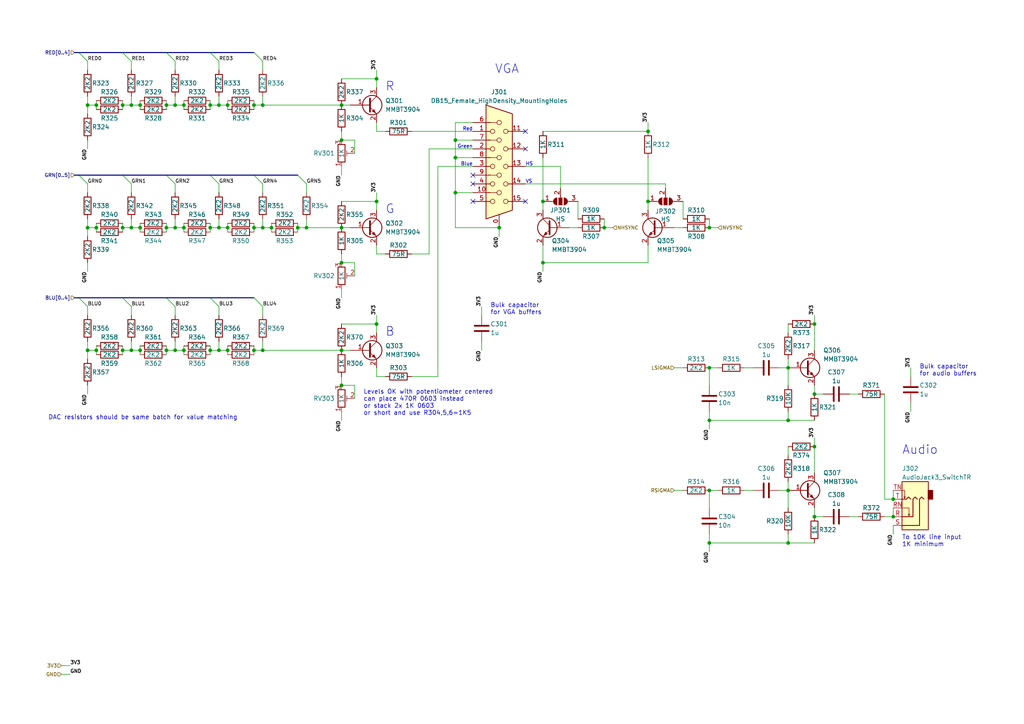
<source format=kicad_sch>
(kicad_sch (version 20250114) (generator "eeschema") (generator_version "9.0")
  (paper "A4")
  (title_block (title "HeikouBox Mainboard - Audio Video Interface") (date "2022-11-11") (rev "v0.1") (company "ksk"))
  (lib_symbols
    (symbol "Connector:DB15_Female_HighDensity_MountingHoles" (pin_names (offset 1.016) (hide yes))
      (property "Reference" "J" (at 0 21.59 0))
      (property "Value" "Connector_DB15_Female_HighDensity_MountingHoles" (at 0 19.05 0))
      (symbol "DB15_Female_HighDensity_MountingHoles_1_1"
        (pin passive line (at -7.62 12.7 0) (length 5.08) (name "~") (number "6"))
        (pin passive line (at -7.62 10.16 0) (length 5.08) (name "~") (number "1"))
        (pin passive line (at -7.62 7.62 0) (length 5.08) (name "~") (number "7"))
        (pin passive line (at -7.62 5.08 0) (length 5.08) (name "~") (number "2"))
        (pin passive line (at -7.62 2.54 0) (length 5.08) (name "~") (number "8"))
        (pin passive line (at -7.62 0 0) (length 5.08) (name "~") (number "3"))
        (pin passive line (at -7.62 -2.54 0) (length 5.08) (name "~") (number "9"))
        (pin passive line (at -7.62 -5.08 0) (length 5.08) (name "~") (number "4"))
        (pin passive line (at -7.62 -7.62 0) (length 5.08) (name "~") (number "10"))
        (pin passive line (at -7.62 -10.16 0) (length 5.08) (name "~") (number "5"))
        (pin passive line (at 0 -17.78 90) (length 3.81) (name "~") (number "0"))
        (pin passive line (at 7.62 10.16 180) (length 5.08) (name "~") (number "11"))
        (pin passive line (at 7.62 5.08 180) (length 5.08) (name "~") (number "12"))
        (pin passive line (at 7.62 0 180) (length 5.08) (name "~") (number "13"))
        (pin passive line (at 7.62 -5.08 180) (length 5.08) (name "~") (number "14"))
        (pin passive line (at 7.62 -10.16 180) (length 5.08) (name "~") (number "15"))
      )
    )
    (symbol "Connector_Audio:AudioJack3_SwitchTR"
      (property "Reference" "J" (at 0 8.89 0))
      (property "Value" "AudioJack3_SwitchTR" (at 0 6.35 0))
      (symbol "AudioJack3_SwitchTR_1_1"
        (pin passive line (at 5.08 2.54 180) (length 2.54) (name "~") (number "S"))
        (pin passive line (at 5.08 0 180) (length 2.54) (name "~") (number "R"))
        (pin passive line (at 5.08 -2.54 180) (length 2.54) (name "~") (number "RN"))
        (pin passive line (at 5.08 -5.08 180) (length 2.54) (name "~") (number "T"))
        (pin passive line (at 5.08 -7.62 180) (length 2.54) (name "~") (number "TN"))
      )
    )
    (symbol "Device:C" (pin_numbers (hide yes)) (pin_names (offset 0.254))
      (property "Reference" "C" (at 0.635 2.54 0))
      (property "Value" "C" (at 0.635 -2.54 0))
      (symbol "C_1_1"
        (pin passive line (at 0 3.81 270) (length 2.794) (name "~") (number "1"))
        (pin passive line (at 0 -3.81 90) (length 2.794) (name "~") (number "2"))
      )
    )
    (symbol "Device:R" (pin_numbers (hide yes)) (pin_names (offset 0))
      (property "Reference" "R" (at 2.032 0 90))
      (property "Value" "R" (at 0 0 90))
      (symbol "R_1_1"
        (pin passive line (at 0 3.81 270) (length 1.27) (name "~") (number "1"))
        (pin passive line (at 0 -3.81 90) (length 1.27) (name "~") (number "2"))
      )
    )
    (symbol "Device:R_Potentiometer_Trim" (pin_names (offset 1.016) (hide yes))
      (property "Reference" "RV" (at -4.445 0 90))
      (property "Value" "R_Potentiometer_Trim" (at -2.54 0 90))
      (symbol "R_Potentiometer_Trim_1_1"
        (pin passive line (at 0 3.81 270) (length 1.27) (name "1") (number "1"))
        (pin passive line (at 0 -3.81 90) (length 1.27) (name "3") (number "3"))
        (pin passive line (at 3.81 0 180) (length 1.27) (name "2") (number "2"))
      )
    )
    (symbol "Jumper:SolderJumper_3_Open" (pin_names (offset 0) (hide yes))
      (property "Reference" "JP" (at -2.54 -2.54 0))
      (property "Value" "SolderJumper_3_Open" (at 0 2.794 0))
      (symbol "SolderJumper_3_Open_1_1"
        (pin passive line (at -5.08 0 0) (length 2.54) (name "A") (number "1"))
        (pin passive line (at 0 -3.81 90) (length 2.54) (name "C") (number "2"))
        (pin passive line (at 5.08 0 180) (length 2.54) (name "B") (number "3"))
      )
    )
    (symbol "Transistor_BJT:MMBT3904" (pin_names (offset 0) (hide yes))
      (property "Reference" "Q" (at 5.08 1.905 0))
      (property "Value" "MMBT3904" (at 5.08 0 0))
      (symbol "MMBT3904_1_1"
        (pin input line (at -5.08 0 0) (length 5.715) (name "B") (number "1"))
        (pin passive line (at 2.54 5.08 270) (length 2.54) (name "C") (number "3"))
        (pin passive line (at 2.54 -5.08 90) (length 2.54) (name "E") (number "2"))
      )
    )
  )
  (text "G" (at 111.76 62.23 0) (effects (font (size 2.54 2.54)) (justify left bottom)))
  (text "HS" (at 152.4 48.26 0) (effects (font (size 1.016 1.016)) (justify left bottom)))
  (text "Red" (at 137.16 38.1 0) (effects (font (size 1.016 1.016)) (justify right bottom)))
  (text "VGA" (at 143.51 21.59 0) (effects (font (size 2.54 2.54)) (justify left bottom)))
  (text "B" (at 111.76 97.79 0) (effects (font (size 2.54 2.54)) (justify left bottom)))
  (text "To 10K line input\n1K minimum" (at 261.62 158.75 0) (effects (font (size 1.27 1.27)) (justify left bottom)))
  (text "Blue" (at 137.16 48.26 0) (effects (font (size 1.016 1.016)) (justify right bottom)))
  (text "VS" (at 152.4 53.34 0) (effects (font (size 1.016 1.016)) (justify left bottom)))
  (text "Levels OK with potentiometer centered\ncan place 470R 0603 instead\nor stack 2x 1K 0603\nor short and use R304,5,6=1K5" (at 105.41 120.65 0) (effects (font (size 1.27 1.27)) (justify left bottom)))
  (text "R" (at 111.76 26.67 0) (effects (font (size 2.54 2.54)) (justify left bottom)))
  (text "DAC resistors should be same batch for value matching" (at 13.97 121.92 0) (effects (font (size 1.27 1.27)) (justify left bottom)))
  (text "Bulk capacitor\nfor VGA buffers" (at 142.24 91.44 0) (effects (font (size 1.27 1.27)) (justify left bottom)))
  (text "Bulk capacitor\nfor audio buffers" (at 266.7 109.22 0) (effects (font (size 1.27 1.27)) (justify left bottom)))
  (text "Green" (at 137.16 43.18 0) (effects (font (size 1.016 1.016)) (justify right bottom)))
  (text "Audio" (at 261.62 132.08 0) (effects (font (size 2.54 2.54)) (justify left bottom)))
  (junction (at 25.4 101.6))
  (junction (at 60.96 101.6))
  (junction (at 63.5 30.48))
  (junction (at 205.74 106.68))
  (junction (at 48.26 30.48))
  (junction (at 78.74 66.04))
  (junction (at 228.6 142.24))
  (junction (at 50.8 101.6))
  (junction (at 205.74 66.04))
  (junction (at 48.26 66.04))
  (junction (at 25.4 30.48))
  (junction (at 88.9 66.04))
  (junction (at 35.56 30.48))
  (junction (at 38.1 101.6))
  (junction (at 205.74 142.24))
  (junction (at 86.36 66.04))
  (junction (at 236.22 149.86))
  (junction (at 27.94 30.48))
  (junction (at 76.2 66.04))
  (junction (at 109.22 58.42))
  (junction (at 48.26 101.6))
  (junction (at 38.1 30.48))
  (junction (at 66.04 101.6))
  (junction (at 63.5 66.04))
  (junction (at 40.64 101.6))
  (junction (at 50.8 30.48))
  (junction (at 228.6 157.48))
  (junction (at 38.1 66.04))
  (junction (at 53.34 66.04))
  (junction (at 99.06 30.48))
  (junction (at 259.08 149.86))
  (junction (at 109.22 22.86))
  (junction (at 236.22 114.3))
  (junction (at 40.64 30.48))
  (junction (at 259.08 144.78))
  (junction (at 157.48 76.2))
  (junction (at 144.78 66.04))
  (junction (at 53.34 101.6))
  (junction (at 99.06 66.04))
  (junction (at 73.66 66.04))
  (junction (at 175.26 66.04))
  (junction (at 236.22 93.98))
  (junction (at 187.96 38.1))
  (junction (at 205.74 121.92))
  (junction (at 132.08 55.88))
  (junction (at 63.5 101.6))
  (junction (at 73.66 101.6))
  (junction (at 99.06 76.2))
  (junction (at 132.08 40.64))
  (junction (at 236.22 129.54))
  (junction (at 99.06 40.64))
  (junction (at 35.56 66.04))
  (junction (at 109.22 93.98))
  (junction (at 60.96 66.04))
  (junction (at 27.94 66.04))
  (junction (at 60.96 30.48))
  (junction (at 66.04 30.48))
  (junction (at 132.08 45.72))
  (junction (at 76.2 101.6))
  (junction (at 228.6 121.92))
  (junction (at 40.64 66.04))
  (junction (at 66.04 66.04))
  (junction (at 25.4 66.04))
  (junction (at 76.2 30.48))
  (junction (at 205.74 157.48))
  (junction (at 99.06 101.6))
  (junction (at 35.56 101.6))
  (junction (at 53.34 30.48))
  (junction (at 228.6 106.68))
  (junction (at 27.94 101.6))
  (junction (at 99.06 111.76))
  (junction (at 73.66 30.48))
  (junction (at 187.96 58.42))
  (junction (at 157.48 58.42))
  (junction (at 50.8 66.04))
  (no_connect (at 137.16 58.42))
  (no_connect (at 152.4 58.42))
  (no_connect (at 137.16 50.8))
  (no_connect (at 137.16 53.34))
  (no_connect (at 152.4 38.1))
  (no_connect (at 152.4 43.18))
  (bus_entry (at 50.8 53.34) (size -2.54 -2.54))
  (bus_entry (at 38.1 53.34) (size -2.54 -2.54))
  (bus_entry (at 50.8 88.9) (size -2.54 -2.54))
  (bus_entry (at 63.5 17.78) (size -2.54 -2.54))
  (bus_entry (at 63.5 53.34) (size -2.54 -2.54))
  (bus_entry (at 38.1 17.78) (size -2.54 -2.54))
  (bus_entry (at 76.2 17.78) (size -2.54 -2.54))
  (bus_entry (at 22.86 50.8) (size 2.54 2.54))
  (bus_entry (at 22.86 86.36) (size 2.54 2.54))
  (bus_entry (at 63.5 88.9) (size -2.54 -2.54))
  (bus_entry (at 38.1 88.9) (size -2.54 -2.54))
  (bus_entry (at 88.9 53.34) (size -2.54 -2.54))
  (bus_entry (at 76.2 53.34) (size -2.54 -2.54))
  (bus_entry (at 76.2 88.9) (size -2.54 -2.54))
  (bus_entry (at 22.86 15.24) (size 2.54 2.54))
  (bus_entry (at 50.8 17.78) (size -2.54 -2.54))
  (wire (pts (xy 109.22 109.22) (xy 111.76 109.22)))
  (wire (pts (xy 27.94 29.21) (xy 27.94 30.48)))
  (wire (pts (xy 35.56 64.77) (xy 35.56 66.04)))
  (wire (pts (xy 157.48 71.12) (xy 157.48 76.2)))
  (wire (pts (xy 259.08 144.78) (xy 259.08 142.24)))
  (wire (pts (xy 66.04 30.48) (xy 66.04 31.75)))
  (wire (pts (xy 35.56 100.33) (xy 35.56 101.6)))
  (wire (pts (xy 50.8 88.9) (xy 50.8 91.44)))
  (wire (pts (xy 109.22 22.86) (xy 109.22 25.4)))
  (wire (pts (xy 60.96 101.6) (xy 60.96 102.87)))
  (wire (pts (xy 60.96 66.04) (xy 60.96 67.31)))
  (wire (pts (xy 264.16 119.38) (xy 264.16 116.84)))
  (bus (pts (xy 48.26 15.24) (xy 60.96 15.24)))
  (wire (pts (xy 215.9 142.24) (xy 218.44 142.24)))
  (wire (pts (xy 228.6 119.38) (xy 228.6 121.92)))
  (wire (pts (xy 63.5 30.48) (xy 60.96 30.48)))
  (wire (pts (xy 236.22 127) (xy 236.22 129.54)))
  (wire (pts (xy 162.56 48.26) (xy 152.4 48.26)))
  (wire (pts (xy 27.94 30.48) (xy 25.4 30.48)))
  (wire (pts (xy 40.64 101.6) (xy 40.64 102.87)))
  (wire (pts (xy 88.9 66.04) (xy 99.06 66.04)))
  (wire (pts (xy 63.5 30.48) (xy 63.5 27.94)))
  (wire (pts (xy 208.28 106.68) (xy 205.74 106.68)))
  (wire (pts (xy 76.2 53.34) (xy 76.2 55.88)))
  (wire (pts (xy 27.94 66.04) (xy 25.4 66.04)))
  (wire (pts (xy 205.74 106.68) (xy 205.74 111.76)))
  (wire (pts (xy 50.8 53.34) (xy 50.8 55.88)))
  (wire (pts (xy 157.48 76.2) (xy 187.96 76.2)))
  (wire (pts (xy 27.94 101.6) (xy 27.94 102.87)))
  (wire (pts (xy 53.34 101.6) (xy 50.8 101.6)))
  (wire (pts (xy 38.1 30.48) (xy 35.56 30.48)))
  (wire (pts (xy 35.56 101.6) (xy 35.56 102.87)))
  (wire (pts (xy 50.8 30.48) (xy 48.26 30.48)))
  (wire (pts (xy 99.06 30.48) (xy 101.6 30.48)))
  (wire (pts (xy 99.06 76.2) (xy 102.87 76.2)))
  (wire (pts (xy 53.34 29.21) (xy 53.34 30.48)))
  (wire (pts (xy 27.94 64.77) (xy 27.94 66.04)))
  (wire (pts (xy 238.76 149.86) (xy 236.22 149.86)))
  (wire (pts (xy 259.08 144.78) (xy 256.54 144.78)))
  (wire (pts (xy 236.22 129.54) (xy 236.22 137.16)))
  (wire (pts (xy 63.5 17.78) (xy 63.5 20.32)))
  (wire (pts (xy 109.22 35.56) (xy 109.22 38.1)))
  (wire (pts (xy 228.6 132.08) (xy 228.6 129.54)))
  (wire (pts (xy 119.38 109.22) (xy 127 109.22)))
  (wire (pts (xy 40.64 30.48) (xy 40.64 31.75)))
  (wire (pts (xy 48.26 64.77) (xy 48.26 66.04)))
  (wire (pts (xy 25.4 53.34) (xy 25.4 55.88)))
  (wire (pts (xy 25.4 30.48) (xy 25.4 33.02)))
  (wire (pts (xy 102.87 40.64) (xy 102.87 44.45)))
  (wire (pts (xy 53.34 30.48) (xy 50.8 30.48)))
  (wire (pts (xy 193.04 53.34) (xy 193.04 54.61)))
  (wire (pts (xy 40.64 29.21) (xy 40.64 30.48)))
  (bus (pts (xy 35.56 86.36) (xy 48.26 86.36)))
  (wire (pts (xy 76.2 66.04) (xy 76.2 63.5)))
  (wire (pts (xy 73.66 64.77) (xy 73.66 66.04)))
  (wire (pts (xy 88.9 53.34) (xy 88.9 55.88)))
  (wire (pts (xy 63.5 66.04) (xy 60.96 66.04)))
  (wire (pts (xy 38.1 101.6) (xy 40.64 101.6)))
  (wire (pts (xy 228.6 106.68) (xy 226.06 106.68)))
  (wire (pts (xy 228.6 104.14) (xy 228.6 106.68)))
  (wire (pts (xy 132.08 45.72) (xy 137.16 45.72)))
  (wire (pts (xy 102.87 111.76) (xy 102.87 115.57)))
  (wire (pts (xy 60.96 30.48) (xy 60.96 31.75)))
  (wire (pts (xy 63.5 101.6) (xy 63.5 99.06)))
  (wire (pts (xy 248.92 149.86) (xy 246.38 149.86)))
  (bus (pts (xy 35.56 15.24) (xy 48.26 15.24)))
  (wire (pts (xy 109.22 93.98) (xy 109.22 96.52)))
  (wire (pts (xy 236.22 121.92) (xy 228.6 121.92)))
  (wire (pts (xy 17.78 193.04) (xy 20.32 193.04)))
  (wire (pts (xy 236.22 114.3) (xy 238.76 114.3)))
  (bus (pts (xy 48.26 50.8) (xy 60.96 50.8)))
  (wire (pts (xy 63.5 101.6) (xy 60.96 101.6)))
  (wire (pts (xy 137.16 35.56) (xy 132.08 35.56)))
  (wire (pts (xy 48.26 66.04) (xy 48.26 67.31)))
  (wire (pts (xy 165.1 66.04) (xy 167.64 66.04)))
  (wire (pts (xy 76.2 30.48) (xy 76.2 27.94)))
  (wire (pts (xy 132.08 55.88) (xy 132.08 66.04)))
  (wire (pts (xy 132.08 45.72) (xy 132.08 55.88)))
  (wire (pts (xy 25.4 76.2) (xy 25.4 78.74)))
  (wire (pts (xy 66.04 66.04) (xy 66.04 67.31)))
  (wire (pts (xy 99.06 22.86) (xy 109.22 22.86)))
  (wire (pts (xy 256.54 149.86) (xy 259.08 149.86)))
  (bus (pts (xy 73.66 50.8) (xy 86.36 50.8)))
  (wire (pts (xy 132.08 35.56) (xy 132.08 40.64)))
  (wire (pts (xy 124.46 43.18) (xy 124.46 73.66)))
  (wire (pts (xy 157.48 76.2) (xy 157.48 78.74)))
  (wire (pts (xy 66.04 101.6) (xy 63.5 101.6)))
  (wire (pts (xy 215.9 106.68) (xy 218.44 106.68)))
  (wire (pts (xy 144.78 66.04) (xy 144.78 68.58)))
  (wire (pts (xy 53.34 30.48) (xy 53.34 31.75)))
  (wire (pts (xy 132.08 40.64) (xy 137.16 40.64)))
  (wire (pts (xy 25.4 111.76) (xy 25.4 114.3)))
  (wire (pts (xy 53.34 64.77) (xy 53.34 66.04)))
  (wire (pts (xy 167.64 58.42) (xy 167.64 63.5)))
  (wire (pts (xy 139.7 88.9) (xy 139.7 91.44)))
  (wire (pts (xy 73.66 30.48) (xy 76.2 30.48)))
  (wire (pts (xy 63.5 53.34) (xy 63.5 55.88)))
  (wire (pts (xy 195.58 142.24) (xy 198.12 142.24)))
  (wire (pts (xy 99.06 48.26) (xy 99.06 50.8)))
  (wire (pts (xy 246.38 114.3) (xy 248.92 114.3)))
  (wire (pts (xy 187.96 45.72) (xy 187.96 58.42)))
  (wire (pts (xy 132.08 55.88) (xy 137.16 55.88)))
  (bus (pts (xy 22.86 15.24) (xy 35.56 15.24)))
  (bus (pts (xy 22.86 50.8) (xy 35.56 50.8)))
  (wire (pts (xy 66.04 100.33) (xy 66.04 101.6)))
  (wire (pts (xy 38.1 53.34) (xy 38.1 55.88)))
  (wire (pts (xy 195.58 66.04) (xy 198.12 66.04)))
  (bus (pts (xy 60.96 50.8) (xy 73.66 50.8)))
  (wire (pts (xy 25.4 66.04) (xy 25.4 63.5)))
  (bus (pts (xy 21.59 86.36) (xy 22.86 86.36)))
  (wire (pts (xy 177.8 66.04) (xy 175.26 66.04)))
  (wire (pts (xy 27.94 101.6) (xy 25.4 101.6)))
  (wire (pts (xy 109.22 38.1) (xy 111.76 38.1)))
  (wire (pts (xy 50.8 101.6) (xy 50.8 99.06)))
  (wire (pts (xy 236.22 91.44) (xy 236.22 93.98)))
  (wire (pts (xy 53.34 100.33) (xy 53.34 101.6)))
  (wire (pts (xy 175.26 63.5) (xy 175.26 66.04)))
  (wire (pts (xy 25.4 88.9) (xy 25.4 91.44)))
  (wire (pts (xy 76.2 17.78) (xy 76.2 20.32)))
  (bus (pts (xy 60.96 15.24) (xy 73.66 15.24)))
  (wire (pts (xy 127 48.26) (xy 127 109.22)))
  (wire (pts (xy 50.8 17.78) (xy 50.8 20.32)))
  (wire (pts (xy 205.74 160.02) (xy 205.74 157.48)))
  (wire (pts (xy 40.64 66.04) (xy 40.64 67.31)))
  (wire (pts (xy 99.06 109.22) (xy 99.06 111.76)))
  (wire (pts (xy 73.66 66.04) (xy 73.66 67.31)))
  (bus (pts (xy 22.86 86.36) (xy 35.56 86.36)))
  (wire (pts (xy 25.4 101.6) (xy 25.4 104.14)))
  (wire (pts (xy 228.6 154.94) (xy 228.6 157.48)))
  (wire (pts (xy 264.16 109.22) (xy 264.16 106.68)))
  (wire (pts (xy 99.06 73.66) (xy 99.06 76.2)))
  (wire (pts (xy 38.1 66.04) (xy 35.56 66.04)))
  (wire (pts (xy 187.96 58.42) (xy 187.96 60.96)))
  (wire (pts (xy 86.36 64.77) (xy 86.36 66.04)))
  (wire (pts (xy 76.2 101.6) (xy 99.06 101.6)))
  (wire (pts (xy 198.12 58.42) (xy 198.12 63.5)))
  (wire (pts (xy 205.74 119.38) (xy 205.74 121.92)))
  (wire (pts (xy 109.22 20.32) (xy 109.22 22.86)))
  (wire (pts (xy 187.96 35.56) (xy 187.96 38.1)))
  (wire (pts (xy 228.6 93.98) (xy 228.6 96.52)))
  (wire (pts (xy 228.6 157.48) (xy 236.22 157.48)))
  (wire (pts (xy 17.78 195.58) (xy 20.32 195.58)))
  (wire (pts (xy 259.08 147.32) (xy 259.08 149.86)))
  (wire (pts (xy 66.04 64.77) (xy 66.04 66.04)))
  (wire (pts (xy 50.8 101.6) (xy 48.26 101.6)))
  (wire (pts (xy 50.8 66.04) (xy 50.8 63.5)))
  (wire (pts (xy 63.5 66.04) (xy 63.5 63.5)))
  (wire (pts (xy 73.66 101.6) (xy 73.66 102.87)))
  (wire (pts (xy 228.6 142.24) (xy 226.06 142.24)))
  (wire (pts (xy 208.28 142.24) (xy 205.74 142.24)))
  (wire (pts (xy 73.66 29.21) (xy 73.66 30.48)))
  (wire (pts (xy 109.22 91.44) (xy 109.22 93.98)))
  (wire (pts (xy 99.06 101.6) (xy 101.6 101.6)))
  (wire (pts (xy 109.22 55.88) (xy 109.22 58.42)))
  (wire (pts (xy 86.36 66.04) (xy 88.9 66.04)))
  (wire (pts (xy 76.2 101.6) (xy 76.2 99.06)))
  (wire (pts (xy 109.22 71.12) (xy 109.22 73.66)))
  (wire (pts (xy 48.26 30.48) (xy 48.26 31.75)))
  (wire (pts (xy 35.56 29.21) (xy 35.56 30.48)))
  (wire (pts (xy 48.26 100.33) (xy 48.26 101.6)))
  (wire (pts (xy 38.1 88.9) (xy 38.1 91.44)))
  (wire (pts (xy 205.74 124.46) (xy 205.74 121.92)))
  (wire (pts (xy 236.22 147.32) (xy 236.22 149.86)))
  (wire (pts (xy 137.16 48.26) (xy 127 48.26)))
  (bus (pts (xy 21.59 15.24) (xy 22.86 15.24)))
  (wire (pts (xy 102.87 76.2) (xy 102.87 80.01)))
  (bus (pts (xy 60.96 86.36) (xy 73.66 86.36)))
  (wire (pts (xy 208.28 66.04) (xy 205.74 66.04)))
  (wire (pts (xy 119.38 38.1) (xy 137.16 38.1)))
  (wire (pts (xy 157.48 58.42) (xy 157.48 60.96)))
  (wire (pts (xy 99.06 58.42) (xy 109.22 58.42)))
  (wire (pts (xy 27.94 66.04) (xy 27.94 67.31)))
  (wire (pts (xy 25.4 17.78) (xy 25.4 20.32)))
  (wire (pts (xy 40.64 64.77) (xy 40.64 66.04)))
  (wire (pts (xy 109.22 106.68) (xy 109.22 109.22)))
  (wire (pts (xy 124.46 43.18) (xy 137.16 43.18)))
  (wire (pts (xy 25.4 66.04) (xy 25.4 68.58)))
  (wire (pts (xy 132.08 40.64) (xy 132.08 45.72)))
  (wire (pts (xy 205.74 142.24) (xy 205.74 147.32)))
  (wire (pts (xy 50.8 66.04) (xy 48.26 66.04)))
  (wire (pts (xy 50.8 30.48) (xy 50.8 27.94)))
  (wire (pts (xy 102.87 111.76) (xy 99.06 111.76)))
  (wire (pts (xy 38.1 66.04) (xy 40.64 66.04)))
  (wire (pts (xy 53.34 66.04) (xy 53.34 67.31)))
  (wire (pts (xy 228.6 142.24) (xy 228.6 147.32)))
  (wire (pts (xy 38.1 17.78) (xy 38.1 20.32)))
  (wire (pts (xy 73.66 30.48) (xy 73.66 31.75)))
  (bus (pts (xy 35.56 50.8) (xy 48.26 50.8)))
  (wire (pts (xy 99.06 93.98) (xy 109.22 93.98)))
  (wire (pts (xy 40.64 100.33) (xy 40.64 101.6)))
  (wire (pts (xy 73.66 101.6) (xy 76.2 101.6)))
  (wire (pts (xy 78.74 66.04) (xy 78.74 64.77)))
  (wire (pts (xy 109.22 73.66) (xy 111.76 73.66)))
  (wire (pts (xy 162.56 48.26) (xy 162.56 54.61)))
  (wire (pts (xy 99.06 86.36) (xy 99.06 83.82)))
  (wire (pts (xy 109.22 58.42) (xy 109.22 60.96)))
  (wire (pts (xy 35.56 66.04) (xy 35.56 67.31)))
  (wire (pts (xy 99.06 66.04) (xy 101.6 66.04)))
  (bus (pts (xy 48.26 86.36) (xy 60.96 86.36)))
  (wire (pts (xy 66.04 29.21) (xy 66.04 30.48)))
  (wire (pts (xy 53.34 66.04) (xy 50.8 66.04)))
  (wire (pts (xy 119.38 73.66) (xy 124.46 73.66)))
  (wire (pts (xy 205.74 121.92) (xy 228.6 121.92)))
  (wire (pts (xy 63.5 88.9) (xy 63.5 91.44)))
  (wire (pts (xy 25.4 101.6) (xy 25.4 99.06)))
  (wire (pts (xy 78.74 66.04) (xy 78.74 67.31)))
  (wire (pts (xy 205.74 63.5) (xy 205.74 66.04)))
  (wire (pts (xy 73.66 66.04) (xy 76.2 66.04)))
  (wire (pts (xy 195.58 106.68) (xy 198.12 106.68)))
  (wire (pts (xy 236.22 93.98) (xy 236.22 101.6)))
  (bus (pts (xy 21.59 50.8) (xy 22.86 50.8)))
  (wire (pts (xy 102.87 40.64) (xy 99.06 40.64)))
  (wire (pts (xy 76.2 88.9) (xy 76.2 91.44)))
  (wire (pts (xy 236.22 111.76) (xy 236.22 114.3)))
  (wire (pts (xy 76.2 66.04) (xy 78.74 66.04)))
  (wire (pts (xy 53.34 101.6) (xy 53.34 102.87)))
  (wire (pts (xy 205.74 154.94) (xy 205.74 157.48)))
  (wire (pts (xy 157.48 38.1) (xy 187.96 38.1)))
  (wire (pts (xy 73.66 100.33) (xy 73.66 101.6)))
  (wire (pts (xy 60.96 100.33) (xy 60.96 101.6)))
  (wire (pts (xy 139.7 101.6) (xy 139.7 99.06)))
  (wire (pts (xy 60.96 64.77) (xy 60.96 66.04)))
  (wire (pts (xy 35.56 30.48) (xy 35.56 31.75)))
  (wire (pts (xy 27.94 100.33) (xy 27.94 101.6)))
  (wire (pts (xy 66.04 30.48) (xy 63.5 30.48)))
  (wire (pts (xy 48.26 29.21) (xy 48.26 30.48)))
  (wire (pts (xy 66.04 66.04) (xy 63.5 66.04)))
  (wire (pts (xy 99.06 40.64) (xy 99.06 38.1)))
  (wire (pts (xy 187.96 71.12) (xy 187.96 76.2)))
  (wire (pts (xy 228.6 139.7) (xy 228.6 142.24)))
  (wire (pts (xy 38.1 30.48) (xy 40.64 30.48)))
  (wire (pts (xy 25.4 40.64) (xy 25.4 43.18)))
  (wire (pts (xy 152.4 53.34) (xy 193.04 53.34)))
  (wire (pts (xy 86.36 66.04) (xy 86.36 67.31)))
  (wire (pts (xy 38.1 101.6) (xy 38.1 99.06)))
  (wire (pts (xy 76.2 30.48) (xy 99.06 30.48)))
  (wire (pts (xy 38.1 101.6) (xy 35.56 101.6)))
  (wire (pts (xy 99.06 119.38) (xy 99.06 121.92)))
  (wire (pts (xy 38.1 66.04) (xy 38.1 63.5)))
  (wire (pts (xy 66.04 101.6) (xy 66.04 102.87)))
  (wire (pts (xy 48.26 101.6) (xy 48.26 102.87)))
  (wire (pts (xy 205.74 157.48) (xy 228.6 157.48)))
  (wire (pts (xy 60.96 29.21) (xy 60.96 30.48)))
  (wire (pts (xy 256.54 144.78) (xy 256.54 114.3)))
  (wire (pts (xy 38.1 30.48) (xy 38.1 27.94)))
  (wire (pts (xy 259.08 152.4) (xy 259.08 154.94)))
  (wire (pts (xy 157.48 45.72) (xy 157.48 58.42)))
  (wire (pts (xy 132.08 66.04) (xy 144.78 66.04)))
  (wire (pts (xy 88.9 66.04) (xy 88.9 63.5)))
  (wire (pts (xy 27.94 30.48) (xy 27.94 31.75)))
  (wire (pts (xy 228.6 106.68) (xy 228.6 111.76)))
  (wire (pts (xy 25.4 30.48) (xy 25.4 27.94)))
  (label "BLU2" (at 50.8 88.9 0) (effects (font (size 1.016 1.016))))
  (label "3V3" (at 139.7 88.9 90) (effects (font (size 1.016 1.016) (thickness 0.2032) (bold yes))))
  (label "GND" (at 264.16 119.38 270) (effects (font (size 1.016 1.016) (thickness 0.2032) (bold yes))))
  (label "GND" (at 20.32 195.58 0) (effects (font (size 1.016 1.016) (thickness 0.2032) (bold yes))))
  (label "BLU1" (at 38.1 88.9 0) (effects (font (size 1.016 1.016))))
  (label "GRN1" (at 38.1 53.34 0) (effects (font (size 1.016 1.016))))
  (label "BLU4" (at 76.2 88.9 0) (effects (font (size 1.016 1.016))))
  (label "3V3" (at 109.22 20.32 90) (effects (font (size 1.016 1.016) (thickness 0.2032) (bold yes))))
  (label "3V3" (at 187.96 35.56 90) (effects (font (size 1.016 1.016) (thickness 0.2032) (bold yes))))
  (label "GND" (at 205.74 160.02 270) (effects (font (size 1.016 1.016) (thickness 0.2032) (bold yes))))
  (label "GND" (at 157.48 78.74 270) (effects (font (size 1.016 1.016) (thickness 0.2032) (bold yes))))
  (label "GRN0" (at 25.4 53.34 0) (effects (font (size 1.016 1.016))))
  (label "GRN2" (at 50.8 53.34 0) (effects (font (size 1.016 1.016))))
  (label "GND" (at 139.7 101.6 270) (effects (font (size 1.016 1.016) (thickness 0.2032) (bold yes))))
  (label "RED4" (at 76.2 17.78 0) (effects (font (size 1.016 1.016))))
  (label "RED2" (at 50.8 17.78 0) (effects (font (size 1.016 1.016))))
  (label "BLU0" (at 25.4 88.9 0) (effects (font (size 1.016 1.016))))
  (label "RED1" (at 38.1 17.78 0) (effects (font (size 1.016 1.016))))
  (label "GRN4" (at 76.2 53.34 0) (effects (font (size 1.016 1.016))))
  (label "3V3" (at 109.22 55.88 90) (effects (font (size 1.016 1.016) (thickness 0.2032) (bold yes))))
  (label "GRN3" (at 63.5 53.34 0) (effects (font (size 1.016 1.016))))
  (label "3V3" (at 236.22 91.44 90) (effects (font (size 1.016 1.016) (thickness 0.2032) (bold yes))))
  (label "GND" (at 259.08 154.94 270) (effects (font (size 1.016 1.016) (thickness 0.2032) (bold yes))))
  (label "RED0" (at 25.4 17.78 0) (effects (font (size 1.016 1.016))))
  (label "GND" (at 99.06 86.36 270) (effects (font (size 1.016 1.016) (thickness 0.2032) (bold yes))))
  (label "GND" (at 144.78 68.58 270) (effects (font (size 1.016 1.016) (thickness 0.2032) (bold yes))))
  (label "3V3" (at 264.16 106.68 90) (effects (font (size 1.016 1.016) (thickness 0.2032) (bold yes))))
  (label "3V3" (at 236.22 127 90) (effects (font (size 1.016 1.016) (thickness 0.2032) (bold yes))))
  (label "GND" (at 25.4 78.74 270) (effects (font (size 1.016 1.016) (thickness 0.2032) (bold yes))))
  (label "GND" (at 25.4 43.18 270) (effects (font (size 1.016 1.016) (thickness 0.2032) (bold yes))))
  (label "RED3" (at 63.5 17.78 0) (effects (font (size 1.016 1.016))))
  (label "3V3" (at 20.32 193.04 0) (effects (font (size 1.016 1.016) (thickness 0.2032) (bold yes))))
  (label "GND" (at 99.06 121.92 270) (effects (font (size 1.016 1.016) (thickness 0.2032) (bold yes))))
  (label "GND" (at 205.74 124.46 270) (effects (font (size 1.016 1.016) (thickness 0.2032) (bold yes))))
  (label "GND" (at 25.4 114.3 270) (effects (font (size 1.016 1.016) (thickness 0.2032) (bold yes))))
  (label "GRN5" (at 88.9 53.34 0) (effects (font (size 1.016 1.016))))
  (label "BLU3" (at 63.5 88.9 0) (effects (font (size 1.016 1.016))))
  (label "3V3" (at 109.22 91.44 90) (effects (font (size 1.016 1.016) (thickness 0.2032) (bold yes))))
  (label "GND" (at 99.06 50.8 270) (effects (font (size 1.016 1.016) (thickness 0.2032) (bold yes))))
  (hierarchical_label "NVSYNC" (shape input) (at 208.28 66.04 0) (effects (font (size 1.016 1.016))))
  (hierarchical_label "RSIGMA" (shape input) (at 195.58 142.24 180) (effects (font (size 1.016 1.016))))
  (hierarchical_label "BLU[0..4]" (shape input) (at 21.59 86.36 180) (effects (font (size 1.016 1.016))))
  (hierarchical_label "GRN[0..5]" (shape input) (at 21.59 50.8 180) (effects (font (size 1.016 1.016))))
  (hierarchical_label "RED[0..4]" (shape input) (at 21.59 15.24 180) (effects (font (size 1.016 1.016))))
  (hierarchical_label "LSIGMA" (shape input) (at 195.58 106.68 180) (effects (font (size 1.016 1.016))))
  (hierarchical_label "3V3" (shape input) (at 17.78 193.04 180) (effects (font (size 1.016 1.016))))
  (hierarchical_label "NHSYNC" (shape input) (at 177.8 66.04 0) (effects (font (size 1.016 1.016))))
  (hierarchical_label "GND" (shape input) (at 17.78 195.58 180) (effects (font (size 1.016 1.016))))
  (symbol (lib_id "Device:R") (at 236.22 153.67 0) (unit 1)
    (property "Reference" "R322" (at 237.49 153.67 0) (effects (justify left)))
    (property "Value" "1K" (at 236.22 153.67 90))
    (property "Footprint" "Resistor_SMD:R_0603_1608Metric_Pad0.98x0.95mm_HandSolder" (effects (hide yes)))
  )
  (symbol (lib_id "Device:R") (at 228.6 135.89 0) (unit 1)
    (property "Reference" "R318" (at 229.87 135.89 0) (effects (justify left)))
    (property "Value" "2K2" (at 228.6 135.89 90))
    (property "Footprint" "Resistor_SMD:R_0603_1608Metric_Pad0.98x0.95mm_HandSolder" (effects (hide yes)))
  )
  (symbol (lib_id "Device:C") (at 205.74 115.57 0) (unit 1)
    (property "Reference" "C303" (at 208.28 114.3 0) (effects (justify left)))
    (property "Value" "10n" (at 208.28 116.84 0) (effects (justify left)))
    (property "Footprint" "Capacitor_SMD:C_0603_1608Metric_Pad1.08x0.95mm_HandSolder" (effects (hide yes)))
  )
  (symbol (lib_id "Device:R") (at 228.6 115.57 0) (unit 1)
    (property "Reference" "R319" (at 227.33 115.57 0) (effects (justify right)))
    (property "Value" "10K" (at 228.6 115.57 90))
    (property "Footprint" "Resistor_SMD:R_0603_1608Metric_Pad0.98x0.95mm_HandSolder" (effects (hide yes)))
  )
  (symbol (lib_id "Device:C") (at 222.25 106.68 90) (unit 1)
    (property "Reference" "C305" (at 222.25 100.33 90))
    (property "Value" "1u" (at 222.25 102.87 90))
    (property "Footprint" "Capacitor_SMD:C_0805_2012Metric_Pad1.18x1.45mm_HandSolder" (effects (hide yes)))
  )
  (symbol (lib_id "Device:R") (at 212.09 106.68 90) (unit 1)
    (property "Reference" "R315" (at 212.09 104.14 90))
    (property "Value" "1K" (at 212.09 106.68 90))
    (property "Footprint" "Resistor_SMD:R_0603_1608Metric_Pad0.98x0.95mm_HandSolder" (effects (hide yes)))
  )
  (symbol (lib_id "Device:R") (at 201.93 106.68 90) (unit 1)
    (property "Reference" "R313" (at 201.93 104.14 90))
    (property "Value" "2K2" (at 201.93 106.68 90))
    (property "Footprint" "Resistor_SMD:R_0603_1608Metric_Pad0.98x0.95mm_HandSolder" (effects (hide yes)))
  )
  (symbol (lib_id "Device:R") (at 236.22 118.11 0) (unit 1)
    (property "Reference" "R321" (at 237.49 118.11 0) (effects (justify left)))
    (property "Value" "1K" (at 236.22 118.11 90))
    (property "Footprint" "Resistor_SMD:R_0603_1608Metric_Pad0.98x0.95mm_HandSolder" (effects (hide yes)))
  )
  (symbol (lib_id "Device:R") (at 228.6 100.33 0) (unit 1)
    (property "Reference" "R317" (at 229.87 100.33 0) (effects (justify left)))
    (property "Value" "2K2" (at 228.6 100.33 90))
    (property "Footprint" "Resistor_SMD:R_0603_1608Metric_Pad0.98x0.95mm_HandSolder" (effects (hide yes)))
  )
  (symbol (lib_id "Transistor_BJT:MMBT3904") (at 233.68 106.68 0) (unit 1)
    (property "Reference" "Q306" (at 238.76 101.6 0) (effects (justify left)))
    (property "Value" "MMBT3904" (at 238.76 104.14 0) (effects (justify left)))
    (property "Footprint" "Package_TO_SOT_SMD:SOT-23" (effects (hide yes)))
    (property "Datasheet" "https://www.fairchildsemi.com/datasheets/2N/2N3904.pdf" (effects (hide yes)))
  )
  (symbol (lib_id "Device:C") (at 242.57 114.3 90) (unit 1)
    (property "Reference" "C307" (at 242.57 107.95 90))
    (property "Value" "1u" (at 242.57 110.49 90))
    (property "Footprint" "Capacitor_SMD:C_0805_2012Metric_Pad1.18x1.45mm_HandSolder" (effects (hide yes)))
  )
  (symbol (lib_id "Device:R") (at 187.96 41.91 0) (mirror y) (unit 1)
    (property "Reference" "R312" (at 191.77 41.91 0))
    (property "Value" "1K" (at 187.96 41.91 90))
    (property "Footprint" "Resistor_SMD:R_0603_1608Metric_Pad0.98x0.95mm_HandSolder" (effects (hide yes)))
  )
  (symbol (lib_id "Device:R") (at 171.45 63.5 270) (mirror x) (unit 1)
    (property "Reference" "R309" (at 171.45 60.96 90))
    (property "Value" "1K" (at 171.45 63.5 90))
    (property "Footprint" "Resistor_SMD:R_0603_1608Metric_Pad0.98x0.95mm_HandSolder" (effects (hide yes)))
  )
  (symbol (lib_id "Device:R") (at 171.45 66.04 270) (mirror x) (unit 1)
    (property "Reference" "R307" (at 171.45 68.58 90))
    (property "Value" "1K" (at 171.45 66.04 90))
    (property "Footprint" "Resistor_SMD:R_0603_1608Metric_Pad0.98x0.95mm_HandSolder" (effects (hide yes)))
  )
  (symbol (lib_id "Transistor_BJT:MMBT3904") (at 190.5 66.04 0) (mirror y) (unit 1)
    (property "Reference" "Q305" (at 190.5 69.85 0) (effects (justify right)))
    (property "Value" "MMBT3904" (at 190.5 72.39 0) (effects (justify right)))
    (property "Footprint" "Package_TO_SOT_SMD:SOT-23" (effects (hide yes)))
    (property "Datasheet" "https://www.fairchildsemi.com/datasheets/2N/2N3904.pdf" (effects (hide yes)))
  )
  (symbol (lib_id "Device:R") (at 157.48 41.91 0) (mirror y) (unit 1)
    (property "Reference" "R311" (at 161.29 41.91 0))
    (property "Value" "1K" (at 157.48 41.91 90))
    (property "Footprint" "Resistor_SMD:R_0603_1608Metric_Pad0.98x0.95mm_HandSolder" (effects (hide yes)))
  )
  (symbol (lib_id "Device:R") (at 115.57 73.66 90) (unit 1)
    (property "Reference" "R302" (at 115.57 71.12 90))
    (property "Value" "75R" (at 115.57 73.66 90))
    (property "Footprint" "Resistor_SMD:R_0603_1608Metric_Pad0.98x0.95mm_HandSolder" (effects (hide yes)))
  )
  (symbol (lib_id "Transistor_BJT:MMBT3904") (at 106.68 66.04 0) (unit 1)
    (property "Reference" "Q302" (at 111.76 64.77 0) (effects (justify left)))
    (property "Value" "MMBT3904" (at 111.76 67.31 0) (effects (justify left)))
    (property "Footprint" "Package_TO_SOT_SMD:SOT-23" (effects (hide yes)))
    (property "Datasheet" "https://www.fairchildsemi.com/datasheets/2N/2N3904.pdf" (effects (hide yes)))
  )
  (symbol (lib_id "Device:R_Potentiometer_Trim") (at 99.06 80.01 0) (mirror x) (unit 1)
    (property "Reference" "RV302" (at 93.98 80.01 0))
    (property "Value" "1K" (at 99.06 80.01 90))
    (property "Footprint" "Potentiometer_SMD:Potentiometer_Bourns_TC33X_Vertical" (effects (hide yes)))
  )
  (symbol (lib_id "Device:R") (at 115.57 109.22 90) (unit 1)
    (property "Reference" "R303" (at 115.57 106.68 90))
    (property "Value" "75R" (at 115.57 109.22 90))
    (property "Footprint" "Resistor_SMD:R_0603_1608Metric_Pad0.98x0.95mm_HandSolder" (effects (hide yes)))
  )
  (symbol (lib_id "Transistor_BJT:MMBT3904") (at 106.68 101.6 0) (unit 1)
    (property "Reference" "Q303" (at 111.76 100.33 0) (effects (justify left)))
    (property "Value" "MMBT3904" (at 111.76 102.87 0) (effects (justify left)))
    (property "Footprint" "Package_TO_SOT_SMD:SOT-23" (effects (hide yes)))
    (property "Datasheet" "https://www.fairchildsemi.com/datasheets/2N/2N3904.pdf" (effects (hide yes)))
  )
  (symbol (lib_id "Device:R_Potentiometer_Trim") (at 99.06 115.57 0) (mirror x) (unit 1)
    (property "Reference" "RV303" (at 93.98 115.57 0))
    (property "Value" "1K" (at 99.06 115.57 90))
    (property "Footprint" "Potentiometer_SMD:Potentiometer_Bourns_TC33X_Vertical" (effects (hide yes)))
  )
  (symbol (lib_id "Device:R") (at 201.93 63.5 270) (mirror x) (unit 1)
    (property "Reference" "R310" (at 201.93 60.96 90))
    (property "Value" "1K" (at 201.93 63.5 90))
    (property "Footprint" "Resistor_SMD:R_0603_1608Metric_Pad0.98x0.95mm_HandSolder" (effects (hide yes)))
  )
  (symbol (lib_id "Device:R") (at 201.93 66.04 270) (mirror x) (unit 1)
    (property "Reference" "R308" (at 201.93 68.58 90))
    (property "Value" "1K" (at 201.93 66.04 90))
    (property "Footprint" "Resistor_SMD:R_0603_1608Metric_Pad0.98x0.95mm_HandSolder" (effects (hide yes)))
  )
  (symbol (lib_id "Transistor_BJT:MMBT3904") (at 160.02 66.04 0) (mirror y) (unit 1)
    (property "Reference" "Q304" (at 160.02 69.85 0) (effects (justify right)))
    (property "Value" "MMBT3904" (at 160.02 72.39 0) (effects (justify right)))
    (property "Footprint" "Package_TO_SOT_SMD:SOT-23" (effects (hide yes)))
    (property "Datasheet" "https://www.fairchildsemi.com/datasheets/2N/2N3904.pdf" (effects (hide yes)))
  )
  (symbol (lib_id "Transistor_BJT:MMBT3904") (at 106.68 30.48 0) (unit 1)
    (property "Reference" "Q301" (at 111.76 29.21 0) (effects (justify left)))
    (property "Value" "MMBT3904" (at 111.76 31.75 0) (effects (justify left)))
    (property "Footprint" "Package_TO_SOT_SMD:SOT-23" (effects (hide yes)))
    (property "Datasheet" "https://www.fairchildsemi.com/datasheets/2N/2N3904.pdf" (effects (hide yes)))
  )
  (symbol (lib_id "Device:R") (at 115.57 38.1 90) (unit 1)
    (property "Reference" "R301" (at 115.57 35.56 90))
    (property "Value" "75R" (at 115.57 38.1 90))
    (property "Footprint" "Resistor_SMD:R_0603_1608Metric_Pad0.98x0.95mm_HandSolder" (effects (hide yes)))
  )
  (symbol (lib_id "Device:R_Potentiometer_Trim") (at 99.06 44.45 0) (mirror x) (unit 1)
    (property "Reference" "RV301" (at 93.98 44.45 0))
    (property "Value" "1K" (at 99.06 44.45 90))
    (property "Footprint" "Potentiometer_SMD:Potentiometer_Bourns_TC33X_Vertical" (effects (hide yes)))
  )
  (symbol (lib_id "Device:C") (at 139.7 95.25 0) (unit 1)
    (property "Reference" "C301" (at 142.24 93.98 0) (effects (justify left)))
    (property "Value" "1u" (at 142.24 96.52 0) (effects (justify left)))
    (property "Footprint" "Capacitor_SMD:C_0805_2012Metric_Pad1.18x1.45mm_HandSolder" (effects (hide yes)))
  )
  (symbol (lib_id "Connector:DB15_Female_HighDensity_MountingHoles") (at 144.78 48.26 0) (unit 1)
    (property "Reference" "J301" (at 144.78 26.67 0))
    (property "Value" "DB15_Female_HighDensity_MountingHoles" (at 144.78 29.21 0))
    (property "Footprint" "Connector_Dsub:DSUB-15-HD_Female_Horizontal_P2.29x1.98mm_EdgePinOffset3.03mm_Housed_MountingHolesOffset4.94mm" (effects (hide yes)))
    (property "Datasheet" " ~" (effects (hide yes)))
  )
  (symbol (lib_id "Device:C") (at 205.74 151.13 0) (unit 1)
    (property "Reference" "C304" (at 208.28 149.86 0) (effects (justify left)))
    (property "Value" "10n" (at 208.28 152.4 0) (effects (justify left)))
    (property "Footprint" "Capacitor_SMD:C_0603_1608Metric_Pad1.08x0.95mm_HandSolder" (effects (hide yes)))
  )
  (symbol (lib_id "Device:R") (at 228.6 151.13 0) (unit 1)
    (property "Reference" "R320" (at 227.33 151.13 0) (effects (justify right)))
    (property "Value" "10K" (at 228.6 151.13 90))
    (property "Footprint" "Resistor_SMD:R_0603_1608Metric_Pad0.98x0.95mm_HandSolder" (effects (hide yes)))
  )
  (symbol (lib_id "Device:C") (at 222.25 142.24 90) (unit 1)
    (property "Reference" "C306" (at 222.25 135.89 90))
    (property "Value" "1u" (at 222.25 138.43 90))
    (property "Footprint" "Capacitor_SMD:C_0805_2012Metric_Pad1.18x1.45mm_HandSolder" (effects (hide yes)))
  )
  (symbol (lib_id "Transistor_BJT:MMBT3904") (at 233.68 142.24 0) (unit 1)
    (property "Reference" "Q307" (at 238.76 137.16 0) (effects (justify left)))
    (property "Value" "MMBT3904" (at 238.76 139.7 0) (effects (justify left)))
    (property "Footprint" "Package_TO_SOT_SMD:SOT-23" (effects (hide yes)))
    (property "Datasheet" "https://www.fairchildsemi.com/datasheets/2N/2N3904.pdf" (effects (hide yes)))
  )
  (symbol (lib_id "Device:R") (at 212.09 142.24 90) (unit 1)
    (property "Reference" "R316" (at 212.09 139.7 90))
    (property "Value" "1K" (at 212.09 142.24 90))
    (property "Footprint" "Resistor_SMD:R_0603_1608Metric_Pad0.98x0.95mm_HandSolder" (effects (hide yes)))
  )
  (symbol (lib_id "Device:C") (at 242.57 149.86 90) (unit 1)
    (property "Reference" "C308" (at 242.57 143.51 90))
    (property "Value" "1u" (at 242.57 146.05 90))
    (property "Footprint" "Capacitor_SMD:C_0805_2012Metric_Pad1.18x1.45mm_HandSolder" (effects (hide yes)))
  )
  (symbol (lib_id "Device:R") (at 201.93 142.24 90) (unit 1)
    (property "Reference" "R314" (at 201.93 139.7 90))
    (property "Value" "2K2" (at 201.93 142.24 90))
    (property "Footprint" "Resistor_SMD:R_0603_1608Metric_Pad0.98x0.95mm_HandSolder" (effects (hide yes)))
  )
  (symbol (lib_id "Connector_Audio:AudioJack3_SwitchTR") (at 264.16 149.86 180) (unit 1)
    (property "Reference" "J302" (at 261.62 135.89 0) (effects (justify right)))
    (property "Value" "AudioJack3_SwitchTR" (at 261.62 138.43 0) (effects (justify right)))
    (property "Footprint" "KSK_HeikouBox:Jack_3.5mm_PJ307_Horizontal" (effects (hide yes)))
  )
  (symbol (lib_id "Device:R") (at 99.06 69.85 0) (unit 1)
    (property "Reference" "R305" (at 102.87 69.85 0))
    (property "Value" "1K" (at 99.06 69.85 90))
    (property "Footprint" "Resistor_SMD:R_0603_1608Metric_Pad0.98x0.95mm_HandSolder" (effects (hide yes)))
  )
  (symbol (lib_id "Device:R") (at 99.06 34.29 0) (unit 1)
    (property "Reference" "R304" (at 102.87 34.29 0))
    (property "Value" "1K" (at 99.06 34.29 90))
    (property "Footprint" "Resistor_SMD:R_0603_1608Metric_Pad0.98x0.95mm_HandSolder" (effects (hide yes)))
  )
  (symbol (lib_id "Device:R") (at 99.06 105.41 0) (unit 1)
    (property "Reference" "R306" (at 100.33 105.41 0) (effects (justify left)))
    (property "Value" "1K" (at 99.06 105.41 90))
    (property "Footprint" "Resistor_SMD:R_0603_1608Metric_Pad0.98x0.95mm_HandSolder" (effects (hide yes)))
  )
  (symbol (lib_id "Device:R") (at 252.73 114.3 90) (unit 1)
    (property "Reference" "R371" (at 252.73 111.76 90))
    (property "Value" "75R" (at 252.73 114.3 90))
    (property "Footprint" "Resistor_SMD:R_0603_1608Metric_Pad0.98x0.95mm_HandSolder" (effects (hide yes)))
  )
  (symbol (lib_id "Device:R") (at 252.73 149.86 90) (unit 1)
    (property "Reference" "R372" (at 252.73 147.32 90))
    (property "Value" "75R" (at 252.73 149.86 90))
    (property "Footprint" "Resistor_SMD:R_0603_1608Metric_Pad0.98x0.95mm_HandSolder" (effects (hide yes)))
  )
  (symbol (lib_id "Device:R") (at 232.41 93.98 270) (unit 1)
    (property "Reference" "R373" (at 232.41 96.52 90))
    (property "Value" "2K2" (at 232.41 93.98 90))
    (property "Footprint" "Resistor_SMD:R_0603_1608Metric_Pad0.98x0.95mm_HandSolder" (effects (hide yes)))
  )
  (symbol (lib_id "Device:R") (at 232.41 129.54 270) (unit 1)
    (property "Reference" "R374" (at 232.41 132.08 90))
    (property "Value" "2K2" (at 232.41 129.54 90))
    (property "Footprint" "Resistor_SMD:R_0603_1608Metric_Pad0.98x0.95mm_HandSolder" (effects (hide yes)))
  )
  (symbol (lib_id "Jumper:SolderJumper_3_Open") (at 193.04 58.42 0) (mirror x) (unit 1)
    (property "Reference" "JP302" (at 193.04 61.2902 0))
    (property "Value" "HS" (at 193.04 63.6016 0))
    (property "Footprint" "Jumper:SolderJumper-3_P1.3mm_Open_RoundedPad1.0x1.5mm" (effects (hide yes)))
  )
  (symbol (lib_id "Jumper:SolderJumper_3_Open") (at 162.56 58.42 0) (mirror x) (unit 1)
    (property "Reference" "JP301" (at 162.56 60.96 0))
    (property "Value" "HS" (at 162.56 63.5 0))
    (property "Footprint" "Jumper:SolderJumper-3_P1.3mm_Open_RoundedPad1.0x1.5mm" (effects (hide yes)))
  )
  (symbol (lib_id "Device:R") (at 25.4 24.13 0) (unit 1)
    (property "Reference" "R323" (at 29.21 24.13 0))
    (property "Value" "2K2" (at 25.4 24.13 90))
    (property "Footprint" "Resistor_SMD:R_0603_1608Metric_Pad0.98x0.95mm_HandSolder" (effects (hide yes)))
  )
  (symbol (lib_id "Device:R") (at 25.4 36.83 0) (unit 1)
    (property "Reference" "R324" (at 29.21 36.83 0))
    (property "Value" "2K2" (at 25.4 36.83 90))
    (property "Footprint" "Resistor_SMD:R_0603_1608Metric_Pad0.98x0.95mm_HandSolder" (effects (hide yes)))
  )
  (symbol (lib_id "Device:R") (at 31.75 29.21 90) (unit 1)
    (property "Reference" "R325" (at 31.75 34.29 90))
    (property "Value" "2K2" (at 31.75 29.21 90))
    (property "Footprint" "Resistor_SMD:R_0603_1608Metric_Pad0.98x0.95mm_HandSolder" (effects (hide yes)))
  )
  (symbol (lib_id "Device:R") (at 31.75 31.75 90) (unit 1)
    (property "Reference" "R326" (at 31.75 26.67 90))
    (property "Value" "2K2" (at 31.75 31.75 90))
    (property "Footprint" "Resistor_SMD:R_0603_1608Metric_Pad0.98x0.95mm_HandSolder" (effects (hide yes)))
  )
  (symbol (lib_id "Device:R") (at 38.1 24.13 0) (unit 1)
    (property "Reference" "R327" (at 41.91 24.13 0))
    (property "Value" "2K2" (at 38.1 24.13 90))
    (property "Footprint" "Resistor_SMD:R_0603_1608Metric_Pad0.98x0.95mm_HandSolder" (effects (hide yes)))
  )
  (symbol (lib_id "Device:R") (at 44.45 29.21 90) (unit 1)
    (property "Reference" "R328" (at 44.45 34.29 90))
    (property "Value" "2K2" (at 44.45 29.21 90))
    (property "Footprint" "Resistor_SMD:R_0603_1608Metric_Pad0.98x0.95mm_HandSolder" (effects (hide yes)))
  )
  (symbol (lib_id "Device:R") (at 44.45 31.75 90) (unit 1)
    (property "Reference" "R329" (at 44.45 26.67 90))
    (property "Value" "2K2" (at 44.45 31.75 90))
    (property "Footprint" "Resistor_SMD:R_0603_1608Metric_Pad0.98x0.95mm_HandSolder" (effects (hide yes)))
  )
  (symbol (lib_id "Device:R") (at 50.8 24.13 0) (unit 1)
    (property "Reference" "R330" (at 54.61 24.13 0))
    (property "Value" "2K2" (at 50.8 24.13 90))
    (property "Footprint" "Resistor_SMD:R_0603_1608Metric_Pad0.98x0.95mm_HandSolder" (effects (hide yes)))
  )
  (symbol (lib_id "Device:R") (at 57.15 29.21 90) (unit 1)
    (property "Reference" "R331" (at 57.15 34.29 90))
    (property "Value" "2K2" (at 57.15 29.21 90))
    (property "Footprint" "Resistor_SMD:R_0603_1608Metric_Pad0.98x0.95mm_HandSolder" (effects (hide yes)))
  )
  (symbol (lib_id "Device:R") (at 57.15 31.75 90) (unit 1)
    (property "Reference" "R332" (at 57.15 26.67 90))
    (property "Value" "2K2" (at 57.15 31.75 90))
    (property "Footprint" "Resistor_SMD:R_0603_1608Metric_Pad0.98x0.95mm_HandSolder" (effects (hide yes)))
  )
  (symbol (lib_id "Device:R") (at 63.5 24.13 0) (unit 1)
    (property "Reference" "R333" (at 67.31 24.13 0))
    (property "Value" "2K2" (at 63.5 24.13 90))
    (property "Footprint" "Resistor_SMD:R_0603_1608Metric_Pad0.98x0.95mm_HandSolder" (effects (hide yes)))
  )
  (symbol (lib_id "Device:R") (at 69.85 29.21 90) (unit 1)
    (property "Reference" "R334" (at 69.85 34.29 90))
    (property "Value" "2K2" (at 69.85 29.21 90))
    (property "Footprint" "Resistor_SMD:R_0603_1608Metric_Pad0.98x0.95mm_HandSolder" (effects (hide yes)))
  )
  (symbol (lib_id "Device:R") (at 69.85 31.75 90) (unit 1)
    (property "Reference" "R335" (at 69.85 26.67 90))
    (property "Value" "2K2" (at 69.85 31.75 90))
    (property "Footprint" "Resistor_SMD:R_0603_1608Metric_Pad0.98x0.95mm_HandSolder" (effects (hide yes)))
  )
  (symbol (lib_id "Device:R") (at 76.2 24.13 0) (unit 1)
    (property "Reference" "R336" (at 80.01 24.13 0))
    (property "Value" "2K2" (at 76.2 24.13 90))
    (property "Footprint" "Resistor_SMD:R_0603_1608Metric_Pad0.98x0.95mm_HandSolder" (effects (hide yes)))
  )
  (symbol (lib_id "Device:R") (at 99.06 26.67 0) (unit 1)
    (property "Reference" "R337" (at 100.33 26.67 0) (effects (justify left)))
    (property "Value" "2K2" (at 99.06 26.67 90))
    (property "Footprint" "Resistor_SMD:R_0603_1608Metric_Pad0.98x0.95mm_HandSolder" (effects (hide yes)))
  )
  (symbol (lib_id "Device:R") (at 25.4 59.69 0) (unit 1)
    (property "Reference" "R338" (at 29.21 59.69 0))
    (property "Value" "2K2" (at 25.4 59.69 90))
    (property "Footprint" "Resistor_SMD:R_0603_1608Metric_Pad0.98x0.95mm_HandSolder" (effects (hide yes)))
  )
  (symbol (lib_id "Device:R") (at 25.4 72.39 0) (unit 1)
    (property "Reference" "R339" (at 29.21 72.39 0))
    (property "Value" "2K2" (at 25.4 72.39 90))
    (property "Footprint" "Resistor_SMD:R_0603_1608Metric_Pad0.98x0.95mm_HandSolder" (effects (hide yes)))
  )
  (symbol (lib_id "Device:R") (at 31.75 64.77 90) (unit 1)
    (property "Reference" "R340" (at 31.75 62.23 90))
    (property "Value" "2K2" (at 31.75 64.77 90))
    (property "Footprint" "Resistor_SMD:R_0603_1608Metric_Pad0.98x0.95mm_HandSolder" (effects (hide yes)))
  )
  (symbol (lib_id "Device:R") (at 31.75 67.31 90) (unit 1)
    (property "Reference" "R341" (at 31.75 69.85 90))
    (property "Value" "2K2" (at 31.75 67.31 90))
    (property "Footprint" "Resistor_SMD:R_0603_1608Metric_Pad0.98x0.95mm_HandSolder" (effects (hide yes)))
  )
  (symbol (lib_id "Device:R") (at 38.1 59.69 0) (unit 1)
    (property "Reference" "R342" (at 41.91 59.69 0))
    (property "Value" "2K2" (at 38.1 59.69 90))
    (property "Footprint" "Resistor_SMD:R_0603_1608Metric_Pad0.98x0.95mm_HandSolder" (effects (hide yes)))
  )
  (symbol (lib_id "Device:R") (at 44.45 64.77 90) (unit 1)
    (property "Reference" "R343" (at 44.45 62.23 90))
    (property "Value" "2K2" (at 44.45 64.77 90))
    (property "Footprint" "Resistor_SMD:R_0603_1608Metric_Pad0.98x0.95mm_HandSolder" (effects (hide yes)))
  )
  (symbol (lib_id "Device:R") (at 44.45 67.31 90) (unit 1)
    (property "Reference" "R344" (at 44.45 69.85 90))
    (property "Value" "2K2" (at 44.45 67.31 90))
    (property "Footprint" "Resistor_SMD:R_0603_1608Metric_Pad0.98x0.95mm_HandSolder" (effects (hide yes)))
  )
  (symbol (lib_id "Device:R") (at 50.8 59.69 0) (unit 1)
    (property "Reference" "R345" (at 54.61 59.69 0))
    (property "Value" "2K2" (at 50.8 59.69 90))
    (property "Footprint" "Resistor_SMD:R_0603_1608Metric_Pad0.98x0.95mm_HandSolder" (effects (hide yes)))
  )
  (symbol (lib_id "Device:R") (at 57.15 64.77 90) (unit 1)
    (property "Reference" "R346" (at 57.15 62.23 90))
    (property "Value" "2K2" (at 57.15 64.77 90))
    (property "Footprint" "Resistor_SMD:R_0603_1608Metric_Pad0.98x0.95mm_HandSolder" (effects (hide yes)))
  )
  (symbol (lib_id "Device:R") (at 57.15 67.31 90) (unit 1)
    (property "Reference" "R347" (at 57.15 69.85 90))
    (property "Value" "2K2" (at 57.15 67.31 90))
    (property "Footprint" "Resistor_SMD:R_0603_1608Metric_Pad0.98x0.95mm_HandSolder" (effects (hide yes)))
  )
  (symbol (lib_id "Device:R") (at 63.5 59.69 0) (unit 1)
    (property "Reference" "R348" (at 67.31 59.69 0))
    (property "Value" "2K2" (at 63.5 59.69 90))
    (property "Footprint" "Resistor_SMD:R_0603_1608Metric_Pad0.98x0.95mm_HandSolder" (effects (hide yes)))
  )
  (symbol (lib_id "Device:R") (at 69.85 64.77 90) (unit 1)
    (property "Reference" "R349" (at 69.85 62.23 90))
    (property "Value" "2K2" (at 69.85 64.77 90))
    (property "Footprint" "Resistor_SMD:R_0603_1608Metric_Pad0.98x0.95mm_HandSolder" (effects (hide yes)))
  )
  (symbol (lib_id "Device:R") (at 69.85 67.31 90) (unit 1)
    (property "Reference" "R350" (at 69.85 69.85 90))
    (property "Value" "2K2" (at 69.85 67.31 90))
    (property "Footprint" "Resistor_SMD:R_0603_1608Metric_Pad0.98x0.95mm_HandSolder" (effects (hide yes)))
  )
  (symbol (lib_id "Device:R") (at 76.2 59.69 0) (unit 1)
    (property "Reference" "R351" (at 80.01 59.69 0))
    (property "Value" "2K2" (at 76.2 59.69 90))
    (property "Footprint" "Resistor_SMD:R_0603_1608Metric_Pad0.98x0.95mm_HandSolder" (effects (hide yes)))
  )
  (symbol (lib_id "Device:R") (at 99.06 62.23 0) (unit 1)
    (property "Reference" "R355" (at 100.33 62.23 0) (effects (justify left)))
    (property "Value" "2K2" (at 99.06 62.23 90))
    (property "Footprint" "Resistor_SMD:R_0603_1608Metric_Pad0.98x0.95mm_HandSolder" (effects (hide yes)))
  )
  (symbol (lib_id "Device:R") (at 82.55 64.77 90) (unit 1)
    (property "Reference" "R352" (at 82.55 62.23 90))
    (property "Value" "2K2" (at 82.55 64.77 90))
    (property "Footprint" "Resistor_SMD:R_0603_1608Metric_Pad0.98x0.95mm_HandSolder" (effects (hide yes)))
  )
  (symbol (lib_id "Device:R") (at 82.55 67.31 90) (unit 1)
    (property "Reference" "R353" (at 82.55 69.85 90))
    (property "Value" "2K2" (at 82.55 67.31 90))
    (property "Footprint" "Resistor_SMD:R_0603_1608Metric_Pad0.98x0.95mm_HandSolder" (effects (hide yes)))
  )
  (symbol (lib_id "Device:R") (at 88.9 59.69 0) (unit 1)
    (property "Reference" "R354" (at 92.71 59.69 0))
    (property "Value" "2K2" (at 88.9 59.69 90))
    (property "Footprint" "Resistor_SMD:R_0603_1608Metric_Pad0.98x0.95mm_HandSolder" (effects (hide yes)))
  )
  (symbol (lib_id "Device:R") (at 25.4 95.25 0) (unit 1)
    (property "Reference" "R356" (at 29.21 95.25 0))
    (property "Value" "2K2" (at 25.4 95.25 90))
    (property "Footprint" "Resistor_SMD:R_0603_1608Metric_Pad0.98x0.95mm_HandSolder" (effects (hide yes)))
  )
  (symbol (lib_id "Device:R") (at 25.4 107.95 0) (unit 1)
    (property "Reference" "R357" (at 29.21 107.95 0))
    (property "Value" "2K2" (at 25.4 107.95 90))
    (property "Footprint" "Resistor_SMD:R_0603_1608Metric_Pad0.98x0.95mm_HandSolder" (effects (hide yes)))
  )
  (symbol (lib_id "Device:R") (at 31.75 100.33 90) (unit 1)
    (property "Reference" "R358" (at 31.75 97.79 90))
    (property "Value" "2K2" (at 31.75 100.33 90))
    (property "Footprint" "Resistor_SMD:R_0603_1608Metric_Pad0.98x0.95mm_HandSolder" (effects (hide yes)))
  )
  (symbol (lib_id "Device:R") (at 31.75 102.87 90) (unit 1)
    (property "Reference" "R359" (at 31.75 105.41 90))
    (property "Value" "2K2" (at 31.75 102.87 90))
    (property "Footprint" "Resistor_SMD:R_0603_1608Metric_Pad0.98x0.95mm_HandSolder" (effects (hide yes)))
  )
  (symbol (lib_id "Device:R") (at 38.1 95.25 0) (unit 1)
    (property "Reference" "R360" (at 41.91 95.25 0))
    (property "Value" "2K2" (at 38.1 95.25 90))
    (property "Footprint" "Resistor_SMD:R_0603_1608Metric_Pad0.98x0.95mm_HandSolder" (effects (hide yes)))
  )
  (symbol (lib_id "Device:R") (at 44.45 100.33 90) (unit 1)
    (property "Reference" "R361" (at 44.45 97.79 90))
    (property "Value" "2K2" (at 44.45 100.33 90))
    (property "Footprint" "Resistor_SMD:R_0603_1608Metric_Pad0.98x0.95mm_HandSolder" (effects (hide yes)))
  )
  (symbol (lib_id "Device:R") (at 44.45 102.87 90) (unit 1)
    (property "Reference" "R362" (at 44.45 105.41 90))
    (property "Value" "2K2" (at 44.45 102.87 90))
    (property "Footprint" "Resistor_SMD:R_0603_1608Metric_Pad0.98x0.95mm_HandSolder" (effects (hide yes)))
  )
  (symbol (lib_id "Device:R") (at 50.8 95.25 0) (unit 1)
    (property "Reference" "R363" (at 54.61 95.25 0))
    (property "Value" "2K2" (at 50.8 95.25 90))
    (property "Footprint" "Resistor_SMD:R_0603_1608Metric_Pad0.98x0.95mm_HandSolder" (effects (hide yes)))
  )
  (symbol (lib_id "Device:R") (at 57.15 100.33 90) (unit 1)
    (property "Reference" "R364" (at 57.15 97.79 90))
    (property "Value" "2K2" (at 57.15 100.33 90))
    (property "Footprint" "Resistor_SMD:R_0603_1608Metric_Pad0.98x0.95mm_HandSolder" (effects (hide yes)))
  )
  (symbol (lib_id "Device:R") (at 57.15 102.87 90) (unit 1)
    (property "Reference" "R365" (at 57.15 105.41 90))
    (property "Value" "2K2" (at 57.15 102.87 90))
    (property "Footprint" "Resistor_SMD:R_0603_1608Metric_Pad0.98x0.95mm_HandSolder" (effects (hide yes)))
  )
  (symbol (lib_id "Device:R") (at 63.5 95.25 0) (unit 1)
    (property "Reference" "R366" (at 67.31 95.25 0))
    (property "Value" "2K2" (at 63.5 95.25 90))
    (property "Footprint" "Resistor_SMD:R_0603_1608Metric_Pad0.98x0.95mm_HandSolder" (effects (hide yes)))
  )
  (symbol (lib_id "Device:R") (at 69.85 100.33 90) (unit 1)
    (property "Reference" "R367" (at 69.85 97.79 90))
    (property "Value" "2K2" (at 69.85 100.33 90))
    (property "Footprint" "Resistor_SMD:R_0603_1608Metric_Pad0.98x0.95mm_HandSolder" (effects (hide yes)))
  )
  (symbol (lib_id "Device:R") (at 69.85 102.87 90) (unit 1)
    (property "Reference" "R368" (at 69.85 105.41 90))
    (property "Value" "2K2" (at 69.85 102.87 90))
    (property "Footprint" "Resistor_SMD:R_0603_1608Metric_Pad0.98x0.95mm_HandSolder" (effects (hide yes)))
  )
  (symbol (lib_id "Device:R") (at 76.2 95.25 0) (unit 1)
    (property "Reference" "R369" (at 80.01 95.25 0))
    (property "Value" "2K2" (at 76.2 95.25 90))
    (property "Footprint" "Resistor_SMD:R_0603_1608Metric_Pad0.98x0.95mm_HandSolder" (effects (hide yes)))
  )
  (symbol (lib_id "Device:R") (at 99.06 97.79 0) (unit 1)
    (property "Reference" "R370" (at 100.33 97.79 0) (effects (justify left)))
    (property "Value" "2K2" (at 99.06 97.79 90))
    (property "Footprint" "Resistor_SMD:R_0603_1608Metric_Pad0.98x0.95mm_HandSolder" (effects (hide yes)))
  )
  (symbol (lib_id "Device:C") (at 264.16 113.03 0) (unit 1)
    (property "Reference" "C302" (at 266.7 111.76 0) (effects (justify left)))
    (property "Value" "1u" (at 266.7 114.3 0) (effects (justify left)))
    (property "Footprint" "Capacitor_SMD:C_0805_2012Metric_Pad1.18x1.45mm_HandSolder" (effects (hide yes)))
  )
)
</source>
